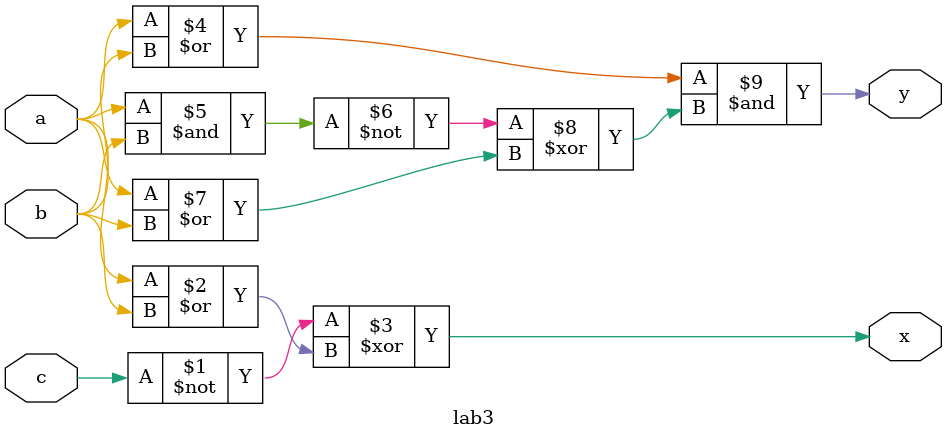
<source format=sv>
`timescale 1ns / 1ps


module lab3( output x,y, input a,b,c );
assign x = ((~c) ^(a | b)) ;
assign y = (a|b) & ((~(a&b)) ^ (a|b)) ;
endmodule

</source>
